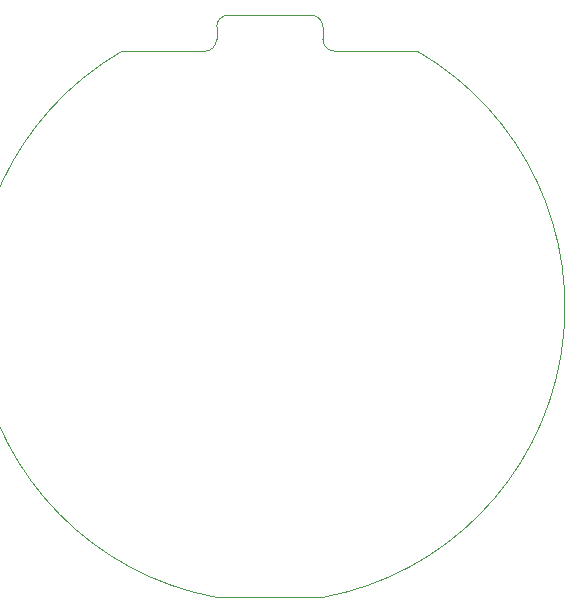
<source format=gko>
G04 #@! TF.GenerationSoftware,KiCad,Pcbnew,5.1.5+dfsg1-2build2*
G04 #@! TF.CreationDate,2021-02-18T18:18:59+01:00*
G04 #@! TF.ProjectId,OtterCastAudioV2,4f747465-7243-4617-9374-417564696f56,rev?*
G04 #@! TF.SameCoordinates,Original*
G04 #@! TF.FileFunction,Profile,NP*
%FSLAX46Y46*%
G04 Gerber Fmt 4.6, Leading zero omitted, Abs format (unit mm)*
G04 Created by KiCad (PCBNEW 5.1.5+dfsg1-2build2) date 2021-02-18 18:18:59*
%MOMM*%
%LPD*%
G04 APERTURE LIST*
%ADD10C,0.050000*%
G04 APERTURE END LIST*
D10*
X112500455Y-78349214D02*
G75*
G02X104599999Y-124573520I-12500455J-21650786D01*
G01*
X95404951Y-124573521D02*
X104600000Y-124573521D01*
X95404951Y-124573521D02*
G75*
G02X87500002Y-78350001I4595049J24573521D01*
G01*
X96500000Y-75300000D02*
X103500000Y-75300000D01*
X104500000Y-77350000D02*
X104500000Y-76300000D01*
X95500000Y-77350000D02*
X95500000Y-76300000D01*
X95500000Y-77350000D02*
G75*
G02X94500000Y-78350000I-1000000J0D01*
G01*
X95500000Y-76300000D02*
G75*
G02X96500000Y-75300000I1000000J0D01*
G01*
X103500000Y-75300000D02*
G75*
G02X104500000Y-76300000I0J-1000000D01*
G01*
X105500000Y-78350000D02*
G75*
G02X104500000Y-77350000I0J1000000D01*
G01*
X112500000Y-78350000D02*
X105500000Y-78350000D01*
X87500001Y-78350000D02*
X94500000Y-78350000D01*
M02*

</source>
